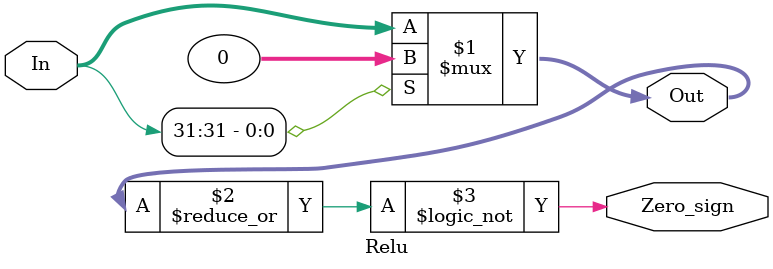
<source format=v>
module Relu(input [31:0] In,
            output Zero_sign,
            output reg [31:0] Out);

assign Out = In[31] ? 32'd0 : In;
assign Zero_sign = ~|Out;
endmodule
</source>
